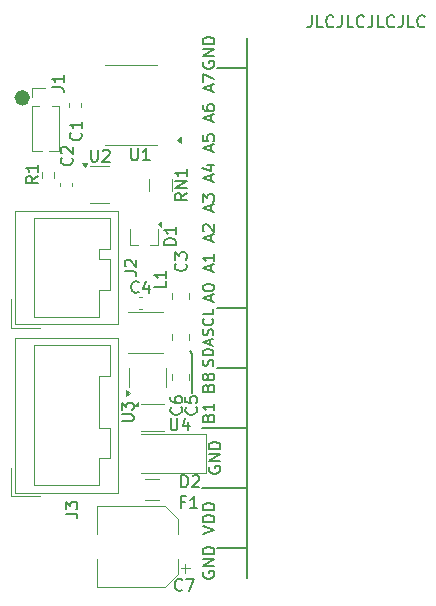
<source format=gbr>
%TF.GenerationSoftware,KiCad,Pcbnew,8.0.3*%
%TF.CreationDate,2024-06-13T00:49:58+02:00*%
%TF.ProjectId,can-proto,63616e2d-7072-46f7-946f-2e6b69636164,1*%
%TF.SameCoordinates,Original*%
%TF.FileFunction,Legend,Top*%
%TF.FilePolarity,Positive*%
%FSLAX46Y46*%
G04 Gerber Fmt 4.6, Leading zero omitted, Abs format (unit mm)*
G04 Created by KiCad (PCBNEW 8.0.3) date 2024-06-13 00:49:58*
%MOMM*%
%LPD*%
G01*
G04 APERTURE LIST*
%ADD10C,0.150000*%
%ADD11C,0.642961*%
%ADD12C,0.120000*%
G04 APERTURE END LIST*
D10*
X130330000Y-100650000D02*
X126520000Y-100650000D01*
X125631000Y-92649000D02*
X125631000Y-89347000D01*
X130330000Y-95570000D02*
X126520000Y-95570000D01*
X130330000Y-85410000D02*
X127790000Y-85410000D01*
D11*
X111601480Y-67630000D02*
G75*
G02*
X110958520Y-67630000I-321480J0D01*
G01*
X110958520Y-67630000D02*
G75*
G02*
X111601480Y-67630000I321480J0D01*
G01*
D10*
X130330000Y-90490000D02*
X127790000Y-90490000D01*
X130330000Y-65090000D02*
X127790000Y-65090000D01*
X130330000Y-105730000D02*
X127790000Y-105730000D01*
X125631000Y-89347000D02*
X125504000Y-89093000D01*
X130330000Y-62550000D02*
X130330000Y-108270000D01*
X127274104Y-72154285D02*
X127274104Y-71678095D01*
X127559819Y-72249523D02*
X126559819Y-71916190D01*
X126559819Y-71916190D02*
X127559819Y-71582857D01*
X126559819Y-70773333D02*
X126559819Y-71249523D01*
X126559819Y-71249523D02*
X127036009Y-71297142D01*
X127036009Y-71297142D02*
X126988390Y-71249523D01*
X126988390Y-71249523D02*
X126940771Y-71154285D01*
X126940771Y-71154285D02*
X126940771Y-70916190D01*
X126940771Y-70916190D02*
X126988390Y-70820952D01*
X126988390Y-70820952D02*
X127036009Y-70773333D01*
X127036009Y-70773333D02*
X127131247Y-70725714D01*
X127131247Y-70725714D02*
X127369342Y-70725714D01*
X127369342Y-70725714D02*
X127464580Y-70773333D01*
X127464580Y-70773333D02*
X127512200Y-70820952D01*
X127512200Y-70820952D02*
X127559819Y-70916190D01*
X127559819Y-70916190D02*
X127559819Y-71154285D01*
X127559819Y-71154285D02*
X127512200Y-71249523D01*
X127512200Y-71249523D02*
X127464580Y-71297142D01*
X127115438Y-98871904D02*
X127067819Y-98967142D01*
X127067819Y-98967142D02*
X127067819Y-99109999D01*
X127067819Y-99109999D02*
X127115438Y-99252856D01*
X127115438Y-99252856D02*
X127210676Y-99348094D01*
X127210676Y-99348094D02*
X127305914Y-99395713D01*
X127305914Y-99395713D02*
X127496390Y-99443332D01*
X127496390Y-99443332D02*
X127639247Y-99443332D01*
X127639247Y-99443332D02*
X127829723Y-99395713D01*
X127829723Y-99395713D02*
X127924961Y-99348094D01*
X127924961Y-99348094D02*
X128020200Y-99252856D01*
X128020200Y-99252856D02*
X128067819Y-99109999D01*
X128067819Y-99109999D02*
X128067819Y-99014761D01*
X128067819Y-99014761D02*
X128020200Y-98871904D01*
X128020200Y-98871904D02*
X127972580Y-98824285D01*
X127972580Y-98824285D02*
X127639247Y-98824285D01*
X127639247Y-98824285D02*
X127639247Y-99014761D01*
X128067819Y-98395713D02*
X127067819Y-98395713D01*
X127067819Y-98395713D02*
X128067819Y-97824285D01*
X128067819Y-97824285D02*
X127067819Y-97824285D01*
X128067819Y-97348094D02*
X127067819Y-97348094D01*
X127067819Y-97348094D02*
X127067819Y-97109999D01*
X127067819Y-97109999D02*
X127115438Y-96967142D01*
X127115438Y-96967142D02*
X127210676Y-96871904D01*
X127210676Y-96871904D02*
X127305914Y-96824285D01*
X127305914Y-96824285D02*
X127496390Y-96776666D01*
X127496390Y-96776666D02*
X127639247Y-96776666D01*
X127639247Y-96776666D02*
X127829723Y-96824285D01*
X127829723Y-96824285D02*
X127924961Y-96871904D01*
X127924961Y-96871904D02*
X128020200Y-96967142D01*
X128020200Y-96967142D02*
X128067819Y-97109999D01*
X128067819Y-97109999D02*
X128067819Y-97348094D01*
X126607438Y-107761904D02*
X126559819Y-107857142D01*
X126559819Y-107857142D02*
X126559819Y-107999999D01*
X126559819Y-107999999D02*
X126607438Y-108142856D01*
X126607438Y-108142856D02*
X126702676Y-108238094D01*
X126702676Y-108238094D02*
X126797914Y-108285713D01*
X126797914Y-108285713D02*
X126988390Y-108333332D01*
X126988390Y-108333332D02*
X127131247Y-108333332D01*
X127131247Y-108333332D02*
X127321723Y-108285713D01*
X127321723Y-108285713D02*
X127416961Y-108238094D01*
X127416961Y-108238094D02*
X127512200Y-108142856D01*
X127512200Y-108142856D02*
X127559819Y-107999999D01*
X127559819Y-107999999D02*
X127559819Y-107904761D01*
X127559819Y-107904761D02*
X127512200Y-107761904D01*
X127512200Y-107761904D02*
X127464580Y-107714285D01*
X127464580Y-107714285D02*
X127131247Y-107714285D01*
X127131247Y-107714285D02*
X127131247Y-107904761D01*
X127559819Y-107285713D02*
X126559819Y-107285713D01*
X126559819Y-107285713D02*
X127559819Y-106714285D01*
X127559819Y-106714285D02*
X126559819Y-106714285D01*
X127559819Y-106238094D02*
X126559819Y-106238094D01*
X126559819Y-106238094D02*
X126559819Y-105999999D01*
X126559819Y-105999999D02*
X126607438Y-105857142D01*
X126607438Y-105857142D02*
X126702676Y-105761904D01*
X126702676Y-105761904D02*
X126797914Y-105714285D01*
X126797914Y-105714285D02*
X126988390Y-105666666D01*
X126988390Y-105666666D02*
X127131247Y-105666666D01*
X127131247Y-105666666D02*
X127321723Y-105714285D01*
X127321723Y-105714285D02*
X127416961Y-105761904D01*
X127416961Y-105761904D02*
X127512200Y-105857142D01*
X127512200Y-105857142D02*
X127559819Y-105999999D01*
X127559819Y-105999999D02*
X127559819Y-106238094D01*
X127036009Y-94704761D02*
X127083628Y-94561904D01*
X127083628Y-94561904D02*
X127131247Y-94514285D01*
X127131247Y-94514285D02*
X127226485Y-94466666D01*
X127226485Y-94466666D02*
X127369342Y-94466666D01*
X127369342Y-94466666D02*
X127464580Y-94514285D01*
X127464580Y-94514285D02*
X127512200Y-94561904D01*
X127512200Y-94561904D02*
X127559819Y-94657142D01*
X127559819Y-94657142D02*
X127559819Y-95038094D01*
X127559819Y-95038094D02*
X126559819Y-95038094D01*
X126559819Y-95038094D02*
X126559819Y-94704761D01*
X126559819Y-94704761D02*
X126607438Y-94609523D01*
X126607438Y-94609523D02*
X126655057Y-94561904D01*
X126655057Y-94561904D02*
X126750295Y-94514285D01*
X126750295Y-94514285D02*
X126845533Y-94514285D01*
X126845533Y-94514285D02*
X126940771Y-94561904D01*
X126940771Y-94561904D02*
X126988390Y-94609523D01*
X126988390Y-94609523D02*
X127036009Y-94704761D01*
X127036009Y-94704761D02*
X127036009Y-95038094D01*
X127559819Y-93514285D02*
X127559819Y-94085713D01*
X127559819Y-93799999D02*
X126559819Y-93799999D01*
X126559819Y-93799999D02*
X126702676Y-93895237D01*
X126702676Y-93895237D02*
X126797914Y-93990475D01*
X126797914Y-93990475D02*
X126845533Y-94085713D01*
X127274104Y-84854285D02*
X127274104Y-84378095D01*
X127559819Y-84949523D02*
X126559819Y-84616190D01*
X126559819Y-84616190D02*
X127559819Y-84282857D01*
X126559819Y-83759047D02*
X126559819Y-83663809D01*
X126559819Y-83663809D02*
X126607438Y-83568571D01*
X126607438Y-83568571D02*
X126655057Y-83520952D01*
X126655057Y-83520952D02*
X126750295Y-83473333D01*
X126750295Y-83473333D02*
X126940771Y-83425714D01*
X126940771Y-83425714D02*
X127178866Y-83425714D01*
X127178866Y-83425714D02*
X127369342Y-83473333D01*
X127369342Y-83473333D02*
X127464580Y-83520952D01*
X127464580Y-83520952D02*
X127512200Y-83568571D01*
X127512200Y-83568571D02*
X127559819Y-83663809D01*
X127559819Y-83663809D02*
X127559819Y-83759047D01*
X127559819Y-83759047D02*
X127512200Y-83854285D01*
X127512200Y-83854285D02*
X127464580Y-83901904D01*
X127464580Y-83901904D02*
X127369342Y-83949523D01*
X127369342Y-83949523D02*
X127178866Y-83997142D01*
X127178866Y-83997142D02*
X126940771Y-83997142D01*
X126940771Y-83997142D02*
X126750295Y-83949523D01*
X126750295Y-83949523D02*
X126655057Y-83901904D01*
X126655057Y-83901904D02*
X126607438Y-83854285D01*
X126607438Y-83854285D02*
X126559819Y-83759047D01*
X127036009Y-92164761D02*
X127083628Y-92021904D01*
X127083628Y-92021904D02*
X127131247Y-91974285D01*
X127131247Y-91974285D02*
X127226485Y-91926666D01*
X127226485Y-91926666D02*
X127369342Y-91926666D01*
X127369342Y-91926666D02*
X127464580Y-91974285D01*
X127464580Y-91974285D02*
X127512200Y-92021904D01*
X127512200Y-92021904D02*
X127559819Y-92117142D01*
X127559819Y-92117142D02*
X127559819Y-92498094D01*
X127559819Y-92498094D02*
X126559819Y-92498094D01*
X126559819Y-92498094D02*
X126559819Y-92164761D01*
X126559819Y-92164761D02*
X126607438Y-92069523D01*
X126607438Y-92069523D02*
X126655057Y-92021904D01*
X126655057Y-92021904D02*
X126750295Y-91974285D01*
X126750295Y-91974285D02*
X126845533Y-91974285D01*
X126845533Y-91974285D02*
X126940771Y-92021904D01*
X126940771Y-92021904D02*
X126988390Y-92069523D01*
X126988390Y-92069523D02*
X127036009Y-92164761D01*
X127036009Y-92164761D02*
X127036009Y-92498094D01*
X126988390Y-91355237D02*
X126940771Y-91450475D01*
X126940771Y-91450475D02*
X126893152Y-91498094D01*
X126893152Y-91498094D02*
X126797914Y-91545713D01*
X126797914Y-91545713D02*
X126750295Y-91545713D01*
X126750295Y-91545713D02*
X126655057Y-91498094D01*
X126655057Y-91498094D02*
X126607438Y-91450475D01*
X126607438Y-91450475D02*
X126559819Y-91355237D01*
X126559819Y-91355237D02*
X126559819Y-91164761D01*
X126559819Y-91164761D02*
X126607438Y-91069523D01*
X126607438Y-91069523D02*
X126655057Y-91021904D01*
X126655057Y-91021904D02*
X126750295Y-90974285D01*
X126750295Y-90974285D02*
X126797914Y-90974285D01*
X126797914Y-90974285D02*
X126893152Y-91021904D01*
X126893152Y-91021904D02*
X126940771Y-91069523D01*
X126940771Y-91069523D02*
X126988390Y-91164761D01*
X126988390Y-91164761D02*
X126988390Y-91355237D01*
X126988390Y-91355237D02*
X127036009Y-91450475D01*
X127036009Y-91450475D02*
X127083628Y-91498094D01*
X127083628Y-91498094D02*
X127178866Y-91545713D01*
X127178866Y-91545713D02*
X127369342Y-91545713D01*
X127369342Y-91545713D02*
X127464580Y-91498094D01*
X127464580Y-91498094D02*
X127512200Y-91450475D01*
X127512200Y-91450475D02*
X127559819Y-91355237D01*
X127559819Y-91355237D02*
X127559819Y-91164761D01*
X127559819Y-91164761D02*
X127512200Y-91069523D01*
X127512200Y-91069523D02*
X127464580Y-91021904D01*
X127464580Y-91021904D02*
X127369342Y-90974285D01*
X127369342Y-90974285D02*
X127178866Y-90974285D01*
X127178866Y-90974285D02*
X127083628Y-91021904D01*
X127083628Y-91021904D02*
X127036009Y-91069523D01*
X127036009Y-91069523D02*
X126988390Y-91164761D01*
X127412200Y-87751428D02*
X127455057Y-87622857D01*
X127455057Y-87622857D02*
X127455057Y-87408571D01*
X127455057Y-87408571D02*
X127412200Y-87322857D01*
X127412200Y-87322857D02*
X127369342Y-87279999D01*
X127369342Y-87279999D02*
X127283628Y-87237142D01*
X127283628Y-87237142D02*
X127197914Y-87237142D01*
X127197914Y-87237142D02*
X127112200Y-87279999D01*
X127112200Y-87279999D02*
X127069342Y-87322857D01*
X127069342Y-87322857D02*
X127026485Y-87408571D01*
X127026485Y-87408571D02*
X126983628Y-87579999D01*
X126983628Y-87579999D02*
X126940771Y-87665714D01*
X126940771Y-87665714D02*
X126897914Y-87708571D01*
X126897914Y-87708571D02*
X126812200Y-87751428D01*
X126812200Y-87751428D02*
X126726485Y-87751428D01*
X126726485Y-87751428D02*
X126640771Y-87708571D01*
X126640771Y-87708571D02*
X126597914Y-87665714D01*
X126597914Y-87665714D02*
X126555057Y-87579999D01*
X126555057Y-87579999D02*
X126555057Y-87365714D01*
X126555057Y-87365714D02*
X126597914Y-87237142D01*
X127369342Y-86337142D02*
X127412200Y-86379999D01*
X127412200Y-86379999D02*
X127455057Y-86508571D01*
X127455057Y-86508571D02*
X127455057Y-86594285D01*
X127455057Y-86594285D02*
X127412200Y-86722856D01*
X127412200Y-86722856D02*
X127326485Y-86808571D01*
X127326485Y-86808571D02*
X127240771Y-86851428D01*
X127240771Y-86851428D02*
X127069342Y-86894285D01*
X127069342Y-86894285D02*
X126940771Y-86894285D01*
X126940771Y-86894285D02*
X126769342Y-86851428D01*
X126769342Y-86851428D02*
X126683628Y-86808571D01*
X126683628Y-86808571D02*
X126597914Y-86722856D01*
X126597914Y-86722856D02*
X126555057Y-86594285D01*
X126555057Y-86594285D02*
X126555057Y-86508571D01*
X126555057Y-86508571D02*
X126597914Y-86379999D01*
X126597914Y-86379999D02*
X126640771Y-86337142D01*
X127455057Y-85522856D02*
X127455057Y-85951428D01*
X127455057Y-85951428D02*
X126555057Y-85951428D01*
X126607438Y-64581904D02*
X126559819Y-64677142D01*
X126559819Y-64677142D02*
X126559819Y-64819999D01*
X126559819Y-64819999D02*
X126607438Y-64962856D01*
X126607438Y-64962856D02*
X126702676Y-65058094D01*
X126702676Y-65058094D02*
X126797914Y-65105713D01*
X126797914Y-65105713D02*
X126988390Y-65153332D01*
X126988390Y-65153332D02*
X127131247Y-65153332D01*
X127131247Y-65153332D02*
X127321723Y-65105713D01*
X127321723Y-65105713D02*
X127416961Y-65058094D01*
X127416961Y-65058094D02*
X127512200Y-64962856D01*
X127512200Y-64962856D02*
X127559819Y-64819999D01*
X127559819Y-64819999D02*
X127559819Y-64724761D01*
X127559819Y-64724761D02*
X127512200Y-64581904D01*
X127512200Y-64581904D02*
X127464580Y-64534285D01*
X127464580Y-64534285D02*
X127131247Y-64534285D01*
X127131247Y-64534285D02*
X127131247Y-64724761D01*
X127559819Y-64105713D02*
X126559819Y-64105713D01*
X126559819Y-64105713D02*
X127559819Y-63534285D01*
X127559819Y-63534285D02*
X126559819Y-63534285D01*
X127559819Y-63058094D02*
X126559819Y-63058094D01*
X126559819Y-63058094D02*
X126559819Y-62819999D01*
X126559819Y-62819999D02*
X126607438Y-62677142D01*
X126607438Y-62677142D02*
X126702676Y-62581904D01*
X126702676Y-62581904D02*
X126797914Y-62534285D01*
X126797914Y-62534285D02*
X126988390Y-62486666D01*
X126988390Y-62486666D02*
X127131247Y-62486666D01*
X127131247Y-62486666D02*
X127321723Y-62534285D01*
X127321723Y-62534285D02*
X127416961Y-62581904D01*
X127416961Y-62581904D02*
X127512200Y-62677142D01*
X127512200Y-62677142D02*
X127559819Y-62819999D01*
X127559819Y-62819999D02*
X127559819Y-63058094D01*
X127274104Y-67074285D02*
X127274104Y-66598095D01*
X127559819Y-67169523D02*
X126559819Y-66836190D01*
X126559819Y-66836190D02*
X127559819Y-66502857D01*
X126559819Y-66264761D02*
X126559819Y-65598095D01*
X126559819Y-65598095D02*
X127559819Y-66026666D01*
X126559819Y-104523332D02*
X127559819Y-104189999D01*
X127559819Y-104189999D02*
X126559819Y-103856666D01*
X127559819Y-103523332D02*
X126559819Y-103523332D01*
X126559819Y-103523332D02*
X126559819Y-103285237D01*
X126559819Y-103285237D02*
X126607438Y-103142380D01*
X126607438Y-103142380D02*
X126702676Y-103047142D01*
X126702676Y-103047142D02*
X126797914Y-102999523D01*
X126797914Y-102999523D02*
X126988390Y-102951904D01*
X126988390Y-102951904D02*
X127131247Y-102951904D01*
X127131247Y-102951904D02*
X127321723Y-102999523D01*
X127321723Y-102999523D02*
X127416961Y-103047142D01*
X127416961Y-103047142D02*
X127512200Y-103142380D01*
X127512200Y-103142380D02*
X127559819Y-103285237D01*
X127559819Y-103285237D02*
X127559819Y-103523332D01*
X127559819Y-102523332D02*
X126559819Y-102523332D01*
X126559819Y-102523332D02*
X126559819Y-102285237D01*
X126559819Y-102285237D02*
X126607438Y-102142380D01*
X126607438Y-102142380D02*
X126702676Y-102047142D01*
X126702676Y-102047142D02*
X126797914Y-101999523D01*
X126797914Y-101999523D02*
X126988390Y-101951904D01*
X126988390Y-101951904D02*
X127131247Y-101951904D01*
X127131247Y-101951904D02*
X127321723Y-101999523D01*
X127321723Y-101999523D02*
X127416961Y-102047142D01*
X127416961Y-102047142D02*
X127512200Y-102142380D01*
X127512200Y-102142380D02*
X127559819Y-102285237D01*
X127559819Y-102285237D02*
X127559819Y-102523332D01*
X127274104Y-69614285D02*
X127274104Y-69138095D01*
X127559819Y-69709523D02*
X126559819Y-69376190D01*
X126559819Y-69376190D02*
X127559819Y-69042857D01*
X126559819Y-68280952D02*
X126559819Y-68471428D01*
X126559819Y-68471428D02*
X126607438Y-68566666D01*
X126607438Y-68566666D02*
X126655057Y-68614285D01*
X126655057Y-68614285D02*
X126797914Y-68709523D01*
X126797914Y-68709523D02*
X126988390Y-68757142D01*
X126988390Y-68757142D02*
X127369342Y-68757142D01*
X127369342Y-68757142D02*
X127464580Y-68709523D01*
X127464580Y-68709523D02*
X127512200Y-68661904D01*
X127512200Y-68661904D02*
X127559819Y-68566666D01*
X127559819Y-68566666D02*
X127559819Y-68376190D01*
X127559819Y-68376190D02*
X127512200Y-68280952D01*
X127512200Y-68280952D02*
X127464580Y-68233333D01*
X127464580Y-68233333D02*
X127369342Y-68185714D01*
X127369342Y-68185714D02*
X127131247Y-68185714D01*
X127131247Y-68185714D02*
X127036009Y-68233333D01*
X127036009Y-68233333D02*
X126988390Y-68280952D01*
X126988390Y-68280952D02*
X126940771Y-68376190D01*
X126940771Y-68376190D02*
X126940771Y-68566666D01*
X126940771Y-68566666D02*
X126988390Y-68661904D01*
X126988390Y-68661904D02*
X127036009Y-68709523D01*
X127036009Y-68709523D02*
X127131247Y-68757142D01*
X127274104Y-82314285D02*
X127274104Y-81838095D01*
X127559819Y-82409523D02*
X126559819Y-82076190D01*
X126559819Y-82076190D02*
X127559819Y-81742857D01*
X127559819Y-80885714D02*
X127559819Y-81457142D01*
X127559819Y-81171428D02*
X126559819Y-81171428D01*
X126559819Y-81171428D02*
X126702676Y-81266666D01*
X126702676Y-81266666D02*
X126797914Y-81361904D01*
X126797914Y-81361904D02*
X126845533Y-81457142D01*
X127412200Y-90312857D02*
X127455057Y-90184286D01*
X127455057Y-90184286D02*
X127455057Y-89970000D01*
X127455057Y-89970000D02*
X127412200Y-89884286D01*
X127412200Y-89884286D02*
X127369342Y-89841428D01*
X127369342Y-89841428D02*
X127283628Y-89798571D01*
X127283628Y-89798571D02*
X127197914Y-89798571D01*
X127197914Y-89798571D02*
X127112200Y-89841428D01*
X127112200Y-89841428D02*
X127069342Y-89884286D01*
X127069342Y-89884286D02*
X127026485Y-89970000D01*
X127026485Y-89970000D02*
X126983628Y-90141428D01*
X126983628Y-90141428D02*
X126940771Y-90227143D01*
X126940771Y-90227143D02*
X126897914Y-90270000D01*
X126897914Y-90270000D02*
X126812200Y-90312857D01*
X126812200Y-90312857D02*
X126726485Y-90312857D01*
X126726485Y-90312857D02*
X126640771Y-90270000D01*
X126640771Y-90270000D02*
X126597914Y-90227143D01*
X126597914Y-90227143D02*
X126555057Y-90141428D01*
X126555057Y-90141428D02*
X126555057Y-89927143D01*
X126555057Y-89927143D02*
X126597914Y-89798571D01*
X127455057Y-89412857D02*
X126555057Y-89412857D01*
X126555057Y-89412857D02*
X126555057Y-89198571D01*
X126555057Y-89198571D02*
X126597914Y-89070000D01*
X126597914Y-89070000D02*
X126683628Y-88984285D01*
X126683628Y-88984285D02*
X126769342Y-88941428D01*
X126769342Y-88941428D02*
X126940771Y-88898571D01*
X126940771Y-88898571D02*
X127069342Y-88898571D01*
X127069342Y-88898571D02*
X127240771Y-88941428D01*
X127240771Y-88941428D02*
X127326485Y-88984285D01*
X127326485Y-88984285D02*
X127412200Y-89070000D01*
X127412200Y-89070000D02*
X127455057Y-89198571D01*
X127455057Y-89198571D02*
X127455057Y-89412857D01*
X127197914Y-88555714D02*
X127197914Y-88127143D01*
X127455057Y-88641428D02*
X126555057Y-88341428D01*
X126555057Y-88341428D02*
X127455057Y-88041428D01*
X127274104Y-77234285D02*
X127274104Y-76758095D01*
X127559819Y-77329523D02*
X126559819Y-76996190D01*
X126559819Y-76996190D02*
X127559819Y-76662857D01*
X126559819Y-76424761D02*
X126559819Y-75805714D01*
X126559819Y-75805714D02*
X126940771Y-76139047D01*
X126940771Y-76139047D02*
X126940771Y-75996190D01*
X126940771Y-75996190D02*
X126988390Y-75900952D01*
X126988390Y-75900952D02*
X127036009Y-75853333D01*
X127036009Y-75853333D02*
X127131247Y-75805714D01*
X127131247Y-75805714D02*
X127369342Y-75805714D01*
X127369342Y-75805714D02*
X127464580Y-75853333D01*
X127464580Y-75853333D02*
X127512200Y-75900952D01*
X127512200Y-75900952D02*
X127559819Y-75996190D01*
X127559819Y-75996190D02*
X127559819Y-76281904D01*
X127559819Y-76281904D02*
X127512200Y-76377142D01*
X127512200Y-76377142D02*
X127464580Y-76424761D01*
X135778493Y-60657819D02*
X135778493Y-61372104D01*
X135778493Y-61372104D02*
X135730874Y-61514961D01*
X135730874Y-61514961D02*
X135635636Y-61610200D01*
X135635636Y-61610200D02*
X135492779Y-61657819D01*
X135492779Y-61657819D02*
X135397541Y-61657819D01*
X136730874Y-61657819D02*
X136254684Y-61657819D01*
X136254684Y-61657819D02*
X136254684Y-60657819D01*
X137635636Y-61562580D02*
X137588017Y-61610200D01*
X137588017Y-61610200D02*
X137445160Y-61657819D01*
X137445160Y-61657819D02*
X137349922Y-61657819D01*
X137349922Y-61657819D02*
X137207065Y-61610200D01*
X137207065Y-61610200D02*
X137111827Y-61514961D01*
X137111827Y-61514961D02*
X137064208Y-61419723D01*
X137064208Y-61419723D02*
X137016589Y-61229247D01*
X137016589Y-61229247D02*
X137016589Y-61086390D01*
X137016589Y-61086390D02*
X137064208Y-60895914D01*
X137064208Y-60895914D02*
X137111827Y-60800676D01*
X137111827Y-60800676D02*
X137207065Y-60705438D01*
X137207065Y-60705438D02*
X137349922Y-60657819D01*
X137349922Y-60657819D02*
X137445160Y-60657819D01*
X137445160Y-60657819D02*
X137588017Y-60705438D01*
X137588017Y-60705438D02*
X137635636Y-60753057D01*
X138349922Y-60657819D02*
X138349922Y-61372104D01*
X138349922Y-61372104D02*
X138302303Y-61514961D01*
X138302303Y-61514961D02*
X138207065Y-61610200D01*
X138207065Y-61610200D02*
X138064208Y-61657819D01*
X138064208Y-61657819D02*
X137968970Y-61657819D01*
X139302303Y-61657819D02*
X138826113Y-61657819D01*
X138826113Y-61657819D02*
X138826113Y-60657819D01*
X140207065Y-61562580D02*
X140159446Y-61610200D01*
X140159446Y-61610200D02*
X140016589Y-61657819D01*
X140016589Y-61657819D02*
X139921351Y-61657819D01*
X139921351Y-61657819D02*
X139778494Y-61610200D01*
X139778494Y-61610200D02*
X139683256Y-61514961D01*
X139683256Y-61514961D02*
X139635637Y-61419723D01*
X139635637Y-61419723D02*
X139588018Y-61229247D01*
X139588018Y-61229247D02*
X139588018Y-61086390D01*
X139588018Y-61086390D02*
X139635637Y-60895914D01*
X139635637Y-60895914D02*
X139683256Y-60800676D01*
X139683256Y-60800676D02*
X139778494Y-60705438D01*
X139778494Y-60705438D02*
X139921351Y-60657819D01*
X139921351Y-60657819D02*
X140016589Y-60657819D01*
X140016589Y-60657819D02*
X140159446Y-60705438D01*
X140159446Y-60705438D02*
X140207065Y-60753057D01*
X140921351Y-60657819D02*
X140921351Y-61372104D01*
X140921351Y-61372104D02*
X140873732Y-61514961D01*
X140873732Y-61514961D02*
X140778494Y-61610200D01*
X140778494Y-61610200D02*
X140635637Y-61657819D01*
X140635637Y-61657819D02*
X140540399Y-61657819D01*
X141873732Y-61657819D02*
X141397542Y-61657819D01*
X141397542Y-61657819D02*
X141397542Y-60657819D01*
X142778494Y-61562580D02*
X142730875Y-61610200D01*
X142730875Y-61610200D02*
X142588018Y-61657819D01*
X142588018Y-61657819D02*
X142492780Y-61657819D01*
X142492780Y-61657819D02*
X142349923Y-61610200D01*
X142349923Y-61610200D02*
X142254685Y-61514961D01*
X142254685Y-61514961D02*
X142207066Y-61419723D01*
X142207066Y-61419723D02*
X142159447Y-61229247D01*
X142159447Y-61229247D02*
X142159447Y-61086390D01*
X142159447Y-61086390D02*
X142207066Y-60895914D01*
X142207066Y-60895914D02*
X142254685Y-60800676D01*
X142254685Y-60800676D02*
X142349923Y-60705438D01*
X142349923Y-60705438D02*
X142492780Y-60657819D01*
X142492780Y-60657819D02*
X142588018Y-60657819D01*
X142588018Y-60657819D02*
X142730875Y-60705438D01*
X142730875Y-60705438D02*
X142778494Y-60753057D01*
X143492780Y-60657819D02*
X143492780Y-61372104D01*
X143492780Y-61372104D02*
X143445161Y-61514961D01*
X143445161Y-61514961D02*
X143349923Y-61610200D01*
X143349923Y-61610200D02*
X143207066Y-61657819D01*
X143207066Y-61657819D02*
X143111828Y-61657819D01*
X144445161Y-61657819D02*
X143968971Y-61657819D01*
X143968971Y-61657819D02*
X143968971Y-60657819D01*
X145349923Y-61562580D02*
X145302304Y-61610200D01*
X145302304Y-61610200D02*
X145159447Y-61657819D01*
X145159447Y-61657819D02*
X145064209Y-61657819D01*
X145064209Y-61657819D02*
X144921352Y-61610200D01*
X144921352Y-61610200D02*
X144826114Y-61514961D01*
X144826114Y-61514961D02*
X144778495Y-61419723D01*
X144778495Y-61419723D02*
X144730876Y-61229247D01*
X144730876Y-61229247D02*
X144730876Y-61086390D01*
X144730876Y-61086390D02*
X144778495Y-60895914D01*
X144778495Y-60895914D02*
X144826114Y-60800676D01*
X144826114Y-60800676D02*
X144921352Y-60705438D01*
X144921352Y-60705438D02*
X145064209Y-60657819D01*
X145064209Y-60657819D02*
X145159447Y-60657819D01*
X145159447Y-60657819D02*
X145302304Y-60705438D01*
X145302304Y-60705438D02*
X145349923Y-60753057D01*
X127274104Y-79774285D02*
X127274104Y-79298095D01*
X127559819Y-79869523D02*
X126559819Y-79536190D01*
X126559819Y-79536190D02*
X127559819Y-79202857D01*
X126655057Y-78917142D02*
X126607438Y-78869523D01*
X126607438Y-78869523D02*
X126559819Y-78774285D01*
X126559819Y-78774285D02*
X126559819Y-78536190D01*
X126559819Y-78536190D02*
X126607438Y-78440952D01*
X126607438Y-78440952D02*
X126655057Y-78393333D01*
X126655057Y-78393333D02*
X126750295Y-78345714D01*
X126750295Y-78345714D02*
X126845533Y-78345714D01*
X126845533Y-78345714D02*
X126988390Y-78393333D01*
X126988390Y-78393333D02*
X127559819Y-78964761D01*
X127559819Y-78964761D02*
X127559819Y-78345714D01*
X127274104Y-74694285D02*
X127274104Y-74218095D01*
X127559819Y-74789523D02*
X126559819Y-74456190D01*
X126559819Y-74456190D02*
X127559819Y-74122857D01*
X126893152Y-73360952D02*
X127559819Y-73360952D01*
X126512200Y-73599047D02*
X127226485Y-73837142D01*
X127226485Y-73837142D02*
X127226485Y-73218095D01*
X112604819Y-74266666D02*
X112128628Y-74599999D01*
X112604819Y-74838094D02*
X111604819Y-74838094D01*
X111604819Y-74838094D02*
X111604819Y-74457142D01*
X111604819Y-74457142D02*
X111652438Y-74361904D01*
X111652438Y-74361904D02*
X111700057Y-74314285D01*
X111700057Y-74314285D02*
X111795295Y-74266666D01*
X111795295Y-74266666D02*
X111938152Y-74266666D01*
X111938152Y-74266666D02*
X112033390Y-74314285D01*
X112033390Y-74314285D02*
X112081009Y-74361904D01*
X112081009Y-74361904D02*
X112128628Y-74457142D01*
X112128628Y-74457142D02*
X112128628Y-74838094D01*
X112604819Y-73314285D02*
X112604819Y-73885713D01*
X112604819Y-73599999D02*
X111604819Y-73599999D01*
X111604819Y-73599999D02*
X111747676Y-73695237D01*
X111747676Y-73695237D02*
X111842914Y-73790475D01*
X111842914Y-73790475D02*
X111890533Y-73885713D01*
X124720580Y-93831666D02*
X124768200Y-93879285D01*
X124768200Y-93879285D02*
X124815819Y-94022142D01*
X124815819Y-94022142D02*
X124815819Y-94117380D01*
X124815819Y-94117380D02*
X124768200Y-94260237D01*
X124768200Y-94260237D02*
X124672961Y-94355475D01*
X124672961Y-94355475D02*
X124577723Y-94403094D01*
X124577723Y-94403094D02*
X124387247Y-94450713D01*
X124387247Y-94450713D02*
X124244390Y-94450713D01*
X124244390Y-94450713D02*
X124053914Y-94403094D01*
X124053914Y-94403094D02*
X123958676Y-94355475D01*
X123958676Y-94355475D02*
X123863438Y-94260237D01*
X123863438Y-94260237D02*
X123815819Y-94117380D01*
X123815819Y-94117380D02*
X123815819Y-94022142D01*
X123815819Y-94022142D02*
X123863438Y-93879285D01*
X123863438Y-93879285D02*
X123911057Y-93831666D01*
X123815819Y-92974523D02*
X123815819Y-93164999D01*
X123815819Y-93164999D02*
X123863438Y-93260237D01*
X123863438Y-93260237D02*
X123911057Y-93307856D01*
X123911057Y-93307856D02*
X124053914Y-93403094D01*
X124053914Y-93403094D02*
X124244390Y-93450713D01*
X124244390Y-93450713D02*
X124625342Y-93450713D01*
X124625342Y-93450713D02*
X124720580Y-93403094D01*
X124720580Y-93403094D02*
X124768200Y-93355475D01*
X124768200Y-93355475D02*
X124815819Y-93260237D01*
X124815819Y-93260237D02*
X124815819Y-93069761D01*
X124815819Y-93069761D02*
X124768200Y-92974523D01*
X124768200Y-92974523D02*
X124720580Y-92926904D01*
X124720580Y-92926904D02*
X124625342Y-92879285D01*
X124625342Y-92879285D02*
X124387247Y-92879285D01*
X124387247Y-92879285D02*
X124292009Y-92926904D01*
X124292009Y-92926904D02*
X124244390Y-92974523D01*
X124244390Y-92974523D02*
X124196771Y-93069761D01*
X124196771Y-93069761D02*
X124196771Y-93260237D01*
X124196771Y-93260237D02*
X124244390Y-93355475D01*
X124244390Y-93355475D02*
X124292009Y-93403094D01*
X124292009Y-93403094D02*
X124387247Y-93450713D01*
X124829333Y-109264580D02*
X124781714Y-109312200D01*
X124781714Y-109312200D02*
X124638857Y-109359819D01*
X124638857Y-109359819D02*
X124543619Y-109359819D01*
X124543619Y-109359819D02*
X124400762Y-109312200D01*
X124400762Y-109312200D02*
X124305524Y-109216961D01*
X124305524Y-109216961D02*
X124257905Y-109121723D01*
X124257905Y-109121723D02*
X124210286Y-108931247D01*
X124210286Y-108931247D02*
X124210286Y-108788390D01*
X124210286Y-108788390D02*
X124257905Y-108597914D01*
X124257905Y-108597914D02*
X124305524Y-108502676D01*
X124305524Y-108502676D02*
X124400762Y-108407438D01*
X124400762Y-108407438D02*
X124543619Y-108359819D01*
X124543619Y-108359819D02*
X124638857Y-108359819D01*
X124638857Y-108359819D02*
X124781714Y-108407438D01*
X124781714Y-108407438D02*
X124829333Y-108455057D01*
X125162667Y-108359819D02*
X125829333Y-108359819D01*
X125829333Y-108359819D02*
X125400762Y-109359819D01*
X125204819Y-75690476D02*
X124728628Y-76023809D01*
X125204819Y-76261904D02*
X124204819Y-76261904D01*
X124204819Y-76261904D02*
X124204819Y-75880952D01*
X124204819Y-75880952D02*
X124252438Y-75785714D01*
X124252438Y-75785714D02*
X124300057Y-75738095D01*
X124300057Y-75738095D02*
X124395295Y-75690476D01*
X124395295Y-75690476D02*
X124538152Y-75690476D01*
X124538152Y-75690476D02*
X124633390Y-75738095D01*
X124633390Y-75738095D02*
X124681009Y-75785714D01*
X124681009Y-75785714D02*
X124728628Y-75880952D01*
X124728628Y-75880952D02*
X124728628Y-76261904D01*
X125204819Y-75261904D02*
X124204819Y-75261904D01*
X124204819Y-75261904D02*
X125204819Y-74690476D01*
X125204819Y-74690476D02*
X124204819Y-74690476D01*
X125204819Y-73690476D02*
X125204819Y-74261904D01*
X125204819Y-73976190D02*
X124204819Y-73976190D01*
X124204819Y-73976190D02*
X124347676Y-74071428D01*
X124347676Y-74071428D02*
X124442914Y-74166666D01*
X124442914Y-74166666D02*
X124490533Y-74261904D01*
X115459580Y-72716666D02*
X115507200Y-72764285D01*
X115507200Y-72764285D02*
X115554819Y-72907142D01*
X115554819Y-72907142D02*
X115554819Y-73002380D01*
X115554819Y-73002380D02*
X115507200Y-73145237D01*
X115507200Y-73145237D02*
X115411961Y-73240475D01*
X115411961Y-73240475D02*
X115316723Y-73288094D01*
X115316723Y-73288094D02*
X115126247Y-73335713D01*
X115126247Y-73335713D02*
X114983390Y-73335713D01*
X114983390Y-73335713D02*
X114792914Y-73288094D01*
X114792914Y-73288094D02*
X114697676Y-73240475D01*
X114697676Y-73240475D02*
X114602438Y-73145237D01*
X114602438Y-73145237D02*
X114554819Y-73002380D01*
X114554819Y-73002380D02*
X114554819Y-72907142D01*
X114554819Y-72907142D02*
X114602438Y-72764285D01*
X114602438Y-72764285D02*
X114650057Y-72716666D01*
X114650057Y-72335713D02*
X114602438Y-72288094D01*
X114602438Y-72288094D02*
X114554819Y-72192856D01*
X114554819Y-72192856D02*
X114554819Y-71954761D01*
X114554819Y-71954761D02*
X114602438Y-71859523D01*
X114602438Y-71859523D02*
X114650057Y-71811904D01*
X114650057Y-71811904D02*
X114745295Y-71764285D01*
X114745295Y-71764285D02*
X114840533Y-71764285D01*
X114840533Y-71764285D02*
X114983390Y-71811904D01*
X114983390Y-71811904D02*
X115554819Y-72383332D01*
X115554819Y-72383332D02*
X115554819Y-71764285D01*
X121133333Y-84059580D02*
X121085714Y-84107200D01*
X121085714Y-84107200D02*
X120942857Y-84154819D01*
X120942857Y-84154819D02*
X120847619Y-84154819D01*
X120847619Y-84154819D02*
X120704762Y-84107200D01*
X120704762Y-84107200D02*
X120609524Y-84011961D01*
X120609524Y-84011961D02*
X120561905Y-83916723D01*
X120561905Y-83916723D02*
X120514286Y-83726247D01*
X120514286Y-83726247D02*
X120514286Y-83583390D01*
X120514286Y-83583390D02*
X120561905Y-83392914D01*
X120561905Y-83392914D02*
X120609524Y-83297676D01*
X120609524Y-83297676D02*
X120704762Y-83202438D01*
X120704762Y-83202438D02*
X120847619Y-83154819D01*
X120847619Y-83154819D02*
X120942857Y-83154819D01*
X120942857Y-83154819D02*
X121085714Y-83202438D01*
X121085714Y-83202438D02*
X121133333Y-83250057D01*
X121990476Y-83488152D02*
X121990476Y-84154819D01*
X121752381Y-83107200D02*
X121514286Y-83821485D01*
X121514286Y-83821485D02*
X122133333Y-83821485D01*
X114954819Y-102833333D02*
X115669104Y-102833333D01*
X115669104Y-102833333D02*
X115811961Y-102880952D01*
X115811961Y-102880952D02*
X115907200Y-102976190D01*
X115907200Y-102976190D02*
X115954819Y-103119047D01*
X115954819Y-103119047D02*
X115954819Y-103214285D01*
X114954819Y-102452380D02*
X114954819Y-101833333D01*
X114954819Y-101833333D02*
X115335771Y-102166666D01*
X115335771Y-102166666D02*
X115335771Y-102023809D01*
X115335771Y-102023809D02*
X115383390Y-101928571D01*
X115383390Y-101928571D02*
X115431009Y-101880952D01*
X115431009Y-101880952D02*
X115526247Y-101833333D01*
X115526247Y-101833333D02*
X115764342Y-101833333D01*
X115764342Y-101833333D02*
X115859580Y-101880952D01*
X115859580Y-101880952D02*
X115907200Y-101928571D01*
X115907200Y-101928571D02*
X115954819Y-102023809D01*
X115954819Y-102023809D02*
X115954819Y-102309523D01*
X115954819Y-102309523D02*
X115907200Y-102404761D01*
X115907200Y-102404761D02*
X115859580Y-102452380D01*
X125043666Y-101851009D02*
X124710333Y-101851009D01*
X124710333Y-102374819D02*
X124710333Y-101374819D01*
X124710333Y-101374819D02*
X125186523Y-101374819D01*
X126091285Y-102374819D02*
X125519857Y-102374819D01*
X125805571Y-102374819D02*
X125805571Y-101374819D01*
X125805571Y-101374819D02*
X125710333Y-101517676D01*
X125710333Y-101517676D02*
X125615095Y-101612914D01*
X125615095Y-101612914D02*
X125519857Y-101660533D01*
X125990580Y-93831666D02*
X126038200Y-93879285D01*
X126038200Y-93879285D02*
X126085819Y-94022142D01*
X126085819Y-94022142D02*
X126085819Y-94117380D01*
X126085819Y-94117380D02*
X126038200Y-94260237D01*
X126038200Y-94260237D02*
X125942961Y-94355475D01*
X125942961Y-94355475D02*
X125847723Y-94403094D01*
X125847723Y-94403094D02*
X125657247Y-94450713D01*
X125657247Y-94450713D02*
X125514390Y-94450713D01*
X125514390Y-94450713D02*
X125323914Y-94403094D01*
X125323914Y-94403094D02*
X125228676Y-94355475D01*
X125228676Y-94355475D02*
X125133438Y-94260237D01*
X125133438Y-94260237D02*
X125085819Y-94117380D01*
X125085819Y-94117380D02*
X125085819Y-94022142D01*
X125085819Y-94022142D02*
X125133438Y-93879285D01*
X125133438Y-93879285D02*
X125181057Y-93831666D01*
X125085819Y-92926904D02*
X125085819Y-93403094D01*
X125085819Y-93403094D02*
X125562009Y-93450713D01*
X125562009Y-93450713D02*
X125514390Y-93403094D01*
X125514390Y-93403094D02*
X125466771Y-93307856D01*
X125466771Y-93307856D02*
X125466771Y-93069761D01*
X125466771Y-93069761D02*
X125514390Y-92974523D01*
X125514390Y-92974523D02*
X125562009Y-92926904D01*
X125562009Y-92926904D02*
X125657247Y-92879285D01*
X125657247Y-92879285D02*
X125895342Y-92879285D01*
X125895342Y-92879285D02*
X125990580Y-92926904D01*
X125990580Y-92926904D02*
X126038200Y-92974523D01*
X126038200Y-92974523D02*
X126085819Y-93069761D01*
X126085819Y-93069761D02*
X126085819Y-93307856D01*
X126085819Y-93307856D02*
X126038200Y-93403094D01*
X126038200Y-93403094D02*
X125990580Y-93450713D01*
X123853095Y-94770819D02*
X123853095Y-95580342D01*
X123853095Y-95580342D02*
X123900714Y-95675580D01*
X123900714Y-95675580D02*
X123948333Y-95723200D01*
X123948333Y-95723200D02*
X124043571Y-95770819D01*
X124043571Y-95770819D02*
X124234047Y-95770819D01*
X124234047Y-95770819D02*
X124329285Y-95723200D01*
X124329285Y-95723200D02*
X124376904Y-95675580D01*
X124376904Y-95675580D02*
X124424523Y-95580342D01*
X124424523Y-95580342D02*
X124424523Y-94770819D01*
X125329285Y-95104152D02*
X125329285Y-95770819D01*
X125091190Y-94723200D02*
X124853095Y-95437485D01*
X124853095Y-95437485D02*
X125472142Y-95437485D01*
X119704819Y-95011904D02*
X120514342Y-95011904D01*
X120514342Y-95011904D02*
X120609580Y-94964285D01*
X120609580Y-94964285D02*
X120657200Y-94916666D01*
X120657200Y-94916666D02*
X120704819Y-94821428D01*
X120704819Y-94821428D02*
X120704819Y-94630952D01*
X120704819Y-94630952D02*
X120657200Y-94535714D01*
X120657200Y-94535714D02*
X120609580Y-94488095D01*
X120609580Y-94488095D02*
X120514342Y-94440476D01*
X120514342Y-94440476D02*
X119704819Y-94440476D01*
X119704819Y-94059523D02*
X119704819Y-93440476D01*
X119704819Y-93440476D02*
X120085771Y-93773809D01*
X120085771Y-93773809D02*
X120085771Y-93630952D01*
X120085771Y-93630952D02*
X120133390Y-93535714D01*
X120133390Y-93535714D02*
X120181009Y-93488095D01*
X120181009Y-93488095D02*
X120276247Y-93440476D01*
X120276247Y-93440476D02*
X120514342Y-93440476D01*
X120514342Y-93440476D02*
X120609580Y-93488095D01*
X120609580Y-93488095D02*
X120657200Y-93535714D01*
X120657200Y-93535714D02*
X120704819Y-93630952D01*
X120704819Y-93630952D02*
X120704819Y-93916666D01*
X120704819Y-93916666D02*
X120657200Y-94011904D01*
X120657200Y-94011904D02*
X120609580Y-94059523D01*
X125109580Y-81666666D02*
X125157200Y-81714285D01*
X125157200Y-81714285D02*
X125204819Y-81857142D01*
X125204819Y-81857142D02*
X125204819Y-81952380D01*
X125204819Y-81952380D02*
X125157200Y-82095237D01*
X125157200Y-82095237D02*
X125061961Y-82190475D01*
X125061961Y-82190475D02*
X124966723Y-82238094D01*
X124966723Y-82238094D02*
X124776247Y-82285713D01*
X124776247Y-82285713D02*
X124633390Y-82285713D01*
X124633390Y-82285713D02*
X124442914Y-82238094D01*
X124442914Y-82238094D02*
X124347676Y-82190475D01*
X124347676Y-82190475D02*
X124252438Y-82095237D01*
X124252438Y-82095237D02*
X124204819Y-81952380D01*
X124204819Y-81952380D02*
X124204819Y-81857142D01*
X124204819Y-81857142D02*
X124252438Y-81714285D01*
X124252438Y-81714285D02*
X124300057Y-81666666D01*
X124204819Y-81333332D02*
X124204819Y-80714285D01*
X124204819Y-80714285D02*
X124585771Y-81047618D01*
X124585771Y-81047618D02*
X124585771Y-80904761D01*
X124585771Y-80904761D02*
X124633390Y-80809523D01*
X124633390Y-80809523D02*
X124681009Y-80761904D01*
X124681009Y-80761904D02*
X124776247Y-80714285D01*
X124776247Y-80714285D02*
X125014342Y-80714285D01*
X125014342Y-80714285D02*
X125109580Y-80761904D01*
X125109580Y-80761904D02*
X125157200Y-80809523D01*
X125157200Y-80809523D02*
X125204819Y-80904761D01*
X125204819Y-80904761D02*
X125204819Y-81190475D01*
X125204819Y-81190475D02*
X125157200Y-81285713D01*
X125157200Y-81285713D02*
X125109580Y-81333332D01*
X113804819Y-66733333D02*
X114519104Y-66733333D01*
X114519104Y-66733333D02*
X114661961Y-66780952D01*
X114661961Y-66780952D02*
X114757200Y-66876190D01*
X114757200Y-66876190D02*
X114804819Y-67019047D01*
X114804819Y-67019047D02*
X114804819Y-67114285D01*
X114804819Y-65733333D02*
X114804819Y-66304761D01*
X114804819Y-66019047D02*
X113804819Y-66019047D01*
X113804819Y-66019047D02*
X113947676Y-66114285D01*
X113947676Y-66114285D02*
X114042914Y-66209523D01*
X114042914Y-66209523D02*
X114090533Y-66304761D01*
X119954819Y-82333333D02*
X120669104Y-82333333D01*
X120669104Y-82333333D02*
X120811961Y-82380952D01*
X120811961Y-82380952D02*
X120907200Y-82476190D01*
X120907200Y-82476190D02*
X120954819Y-82619047D01*
X120954819Y-82619047D02*
X120954819Y-82714285D01*
X120050057Y-81904761D02*
X120002438Y-81857142D01*
X120002438Y-81857142D02*
X119954819Y-81761904D01*
X119954819Y-81761904D02*
X119954819Y-81523809D01*
X119954819Y-81523809D02*
X120002438Y-81428571D01*
X120002438Y-81428571D02*
X120050057Y-81380952D01*
X120050057Y-81380952D02*
X120145295Y-81333333D01*
X120145295Y-81333333D02*
X120240533Y-81333333D01*
X120240533Y-81333333D02*
X120383390Y-81380952D01*
X120383390Y-81380952D02*
X120954819Y-81952380D01*
X120954819Y-81952380D02*
X120954819Y-81333333D01*
X120488095Y-71904819D02*
X120488095Y-72714342D01*
X120488095Y-72714342D02*
X120535714Y-72809580D01*
X120535714Y-72809580D02*
X120583333Y-72857200D01*
X120583333Y-72857200D02*
X120678571Y-72904819D01*
X120678571Y-72904819D02*
X120869047Y-72904819D01*
X120869047Y-72904819D02*
X120964285Y-72857200D01*
X120964285Y-72857200D02*
X121011904Y-72809580D01*
X121011904Y-72809580D02*
X121059523Y-72714342D01*
X121059523Y-72714342D02*
X121059523Y-71904819D01*
X122059523Y-72904819D02*
X121488095Y-72904819D01*
X121773809Y-72904819D02*
X121773809Y-71904819D01*
X121773809Y-71904819D02*
X121678571Y-72047676D01*
X121678571Y-72047676D02*
X121583333Y-72142914D01*
X121583333Y-72142914D02*
X121488095Y-72190533D01*
X123454819Y-83166666D02*
X123454819Y-83642856D01*
X123454819Y-83642856D02*
X122454819Y-83642856D01*
X123454819Y-82309523D02*
X123454819Y-82880951D01*
X123454819Y-82595237D02*
X122454819Y-82595237D01*
X122454819Y-82595237D02*
X122597676Y-82690475D01*
X122597676Y-82690475D02*
X122692914Y-82785713D01*
X122692914Y-82785713D02*
X122740533Y-82880951D01*
X124304819Y-80088094D02*
X123304819Y-80088094D01*
X123304819Y-80088094D02*
X123304819Y-79849999D01*
X123304819Y-79849999D02*
X123352438Y-79707142D01*
X123352438Y-79707142D02*
X123447676Y-79611904D01*
X123447676Y-79611904D02*
X123542914Y-79564285D01*
X123542914Y-79564285D02*
X123733390Y-79516666D01*
X123733390Y-79516666D02*
X123876247Y-79516666D01*
X123876247Y-79516666D02*
X124066723Y-79564285D01*
X124066723Y-79564285D02*
X124161961Y-79611904D01*
X124161961Y-79611904D02*
X124257200Y-79707142D01*
X124257200Y-79707142D02*
X124304819Y-79849999D01*
X124304819Y-79849999D02*
X124304819Y-80088094D01*
X124304819Y-78564285D02*
X124304819Y-79135713D01*
X124304819Y-78849999D02*
X123304819Y-78849999D01*
X123304819Y-78849999D02*
X123447676Y-78945237D01*
X123447676Y-78945237D02*
X123542914Y-79040475D01*
X123542914Y-79040475D02*
X123590533Y-79135713D01*
X116222080Y-70591666D02*
X116269700Y-70639285D01*
X116269700Y-70639285D02*
X116317319Y-70782142D01*
X116317319Y-70782142D02*
X116317319Y-70877380D01*
X116317319Y-70877380D02*
X116269700Y-71020237D01*
X116269700Y-71020237D02*
X116174461Y-71115475D01*
X116174461Y-71115475D02*
X116079223Y-71163094D01*
X116079223Y-71163094D02*
X115888747Y-71210713D01*
X115888747Y-71210713D02*
X115745890Y-71210713D01*
X115745890Y-71210713D02*
X115555414Y-71163094D01*
X115555414Y-71163094D02*
X115460176Y-71115475D01*
X115460176Y-71115475D02*
X115364938Y-71020237D01*
X115364938Y-71020237D02*
X115317319Y-70877380D01*
X115317319Y-70877380D02*
X115317319Y-70782142D01*
X115317319Y-70782142D02*
X115364938Y-70639285D01*
X115364938Y-70639285D02*
X115412557Y-70591666D01*
X116317319Y-69639285D02*
X116317319Y-70210713D01*
X116317319Y-69924999D02*
X115317319Y-69924999D01*
X115317319Y-69924999D02*
X115460176Y-70020237D01*
X115460176Y-70020237D02*
X115555414Y-70115475D01*
X115555414Y-70115475D02*
X115603033Y-70210713D01*
X117100595Y-72029819D02*
X117100595Y-72839342D01*
X117100595Y-72839342D02*
X117148214Y-72934580D01*
X117148214Y-72934580D02*
X117195833Y-72982200D01*
X117195833Y-72982200D02*
X117291071Y-73029819D01*
X117291071Y-73029819D02*
X117481547Y-73029819D01*
X117481547Y-73029819D02*
X117576785Y-72982200D01*
X117576785Y-72982200D02*
X117624404Y-72934580D01*
X117624404Y-72934580D02*
X117672023Y-72839342D01*
X117672023Y-72839342D02*
X117672023Y-72029819D01*
X118100595Y-72125057D02*
X118148214Y-72077438D01*
X118148214Y-72077438D02*
X118243452Y-72029819D01*
X118243452Y-72029819D02*
X118481547Y-72029819D01*
X118481547Y-72029819D02*
X118576785Y-72077438D01*
X118576785Y-72077438D02*
X118624404Y-72125057D01*
X118624404Y-72125057D02*
X118672023Y-72220295D01*
X118672023Y-72220295D02*
X118672023Y-72315533D01*
X118672023Y-72315533D02*
X118624404Y-72458390D01*
X118624404Y-72458390D02*
X118052976Y-73029819D01*
X118052976Y-73029819D02*
X118672023Y-73029819D01*
X124765905Y-100596819D02*
X124765905Y-99596819D01*
X124765905Y-99596819D02*
X125004000Y-99596819D01*
X125004000Y-99596819D02*
X125146857Y-99644438D01*
X125146857Y-99644438D02*
X125242095Y-99739676D01*
X125242095Y-99739676D02*
X125289714Y-99834914D01*
X125289714Y-99834914D02*
X125337333Y-100025390D01*
X125337333Y-100025390D02*
X125337333Y-100168247D01*
X125337333Y-100168247D02*
X125289714Y-100358723D01*
X125289714Y-100358723D02*
X125242095Y-100453961D01*
X125242095Y-100453961D02*
X125146857Y-100549200D01*
X125146857Y-100549200D02*
X125004000Y-100596819D01*
X125004000Y-100596819D02*
X124765905Y-100596819D01*
X125718286Y-99692057D02*
X125765905Y-99644438D01*
X125765905Y-99644438D02*
X125861143Y-99596819D01*
X125861143Y-99596819D02*
X126099238Y-99596819D01*
X126099238Y-99596819D02*
X126194476Y-99644438D01*
X126194476Y-99644438D02*
X126242095Y-99692057D01*
X126242095Y-99692057D02*
X126289714Y-99787295D01*
X126289714Y-99787295D02*
X126289714Y-99882533D01*
X126289714Y-99882533D02*
X126242095Y-100025390D01*
X126242095Y-100025390D02*
X125670667Y-100596819D01*
X125670667Y-100596819D02*
X126289714Y-100596819D01*
D12*
%TO.C,R1*%
X112927500Y-74387258D02*
X112927500Y-73912742D01*
X113972500Y-74387258D02*
X113972500Y-73912742D01*
%TO.C,C6*%
X123965000Y-91038748D02*
X123965000Y-91561252D01*
X125435000Y-91038748D02*
X125435000Y-91561252D01*
%TO.C,C7*%
X117640000Y-102198000D02*
X117640000Y-104548000D01*
X117640000Y-109018000D02*
X117640000Y-106668000D01*
X123395563Y-102198000D02*
X117640000Y-102198000D01*
X123395563Y-109018000D02*
X117640000Y-109018000D01*
X124460000Y-103262437D02*
X123395563Y-102198000D01*
X124460000Y-103262437D02*
X124460000Y-104548000D01*
X124460000Y-107953563D02*
X123395563Y-109018000D01*
X124460000Y-107953563D02*
X124460000Y-106668000D01*
X125093750Y-107849250D02*
X125093750Y-107061750D01*
X125487500Y-107455500D02*
X124700000Y-107455500D01*
%TO.C,RN1*%
X122030000Y-75500000D02*
X122030000Y-74500000D01*
X123970000Y-75500000D02*
X123970000Y-74500000D01*
%TO.C,C2*%
X114490000Y-74834420D02*
X114490000Y-75115580D01*
X115510000Y-74834420D02*
X115510000Y-75115580D01*
%TO.C,C4*%
X121159420Y-84490000D02*
X121440580Y-84490000D01*
X121159420Y-85510000D02*
X121440580Y-85510000D01*
%TO.C,J3*%
X110340000Y-101360000D02*
X110340000Y-98950000D01*
X110640000Y-87940000D02*
X110640000Y-101060000D01*
X110640000Y-101060000D02*
X119360000Y-101060000D01*
X112250000Y-88550000D02*
X112250000Y-100450000D01*
X112250000Y-100450000D02*
X117750000Y-100450000D01*
X112750000Y-101360000D02*
X110340000Y-101360000D01*
X117750000Y-91150000D02*
X118750000Y-91150000D01*
X117750000Y-95550000D02*
X117750000Y-91150000D01*
X117750000Y-98150000D02*
X118750000Y-98150000D01*
X117750000Y-100450000D02*
X117750000Y-98150000D01*
X118750000Y-88550000D02*
X112250000Y-88550000D01*
X118750000Y-91150000D02*
X118750000Y-88550000D01*
X118750000Y-95550000D02*
X117750000Y-95550000D01*
X118750000Y-98150000D02*
X118750000Y-95550000D01*
X119360000Y-87940000D02*
X110640000Y-87940000D01*
X119360000Y-101060000D02*
X119360000Y-87940000D01*
%TO.C,F1*%
X121647936Y-99867000D02*
X122852064Y-99867000D01*
X121647936Y-101687000D02*
X122852064Y-101687000D01*
%TO.C,C5*%
X123965000Y-88161252D02*
X123965000Y-87638748D01*
X125435000Y-88161252D02*
X125435000Y-87638748D01*
%TO.C,U4*%
X121300000Y-93590000D02*
X123300000Y-93590000D01*
X121300000Y-95810000D02*
X123300000Y-95810000D01*
X121060000Y-93690000D02*
X120780000Y-93690000D01*
X121060000Y-93410000D01*
X121060000Y-93690000D01*
G36*
X121060000Y-93690000D02*
G01*
X120780000Y-93690000D01*
X121060000Y-93410000D01*
X121060000Y-93690000D01*
G37*
%TO.C,U3*%
X120340000Y-91300000D02*
X120340000Y-90500000D01*
X120340000Y-91300000D02*
X120340000Y-92100000D01*
X123460000Y-91300000D02*
X123460000Y-90500000D01*
X123460000Y-91300000D02*
X123460000Y-92100000D01*
X120390000Y-92600000D02*
X120060000Y-92840000D01*
X120060000Y-92360000D01*
X120390000Y-92600000D01*
G36*
X120390000Y-92600000D02*
G01*
X120060000Y-92840000D01*
X120060000Y-92360000D01*
X120390000Y-92600000D01*
G37*
%TO.C,C3*%
X123965000Y-84661252D02*
X123965000Y-84138748D01*
X125435000Y-84661252D02*
X125435000Y-84138748D01*
%TO.C,J1*%
X112140000Y-66840000D02*
X113250000Y-66840000D01*
X112140000Y-67600000D02*
X112140000Y-66840000D01*
X112140000Y-68360000D02*
X112140000Y-72105000D01*
X112140000Y-68360000D02*
X112686529Y-68360000D01*
X112140000Y-72105000D02*
X112942470Y-72105000D01*
X113557530Y-72105000D02*
X114360000Y-72105000D01*
X113813471Y-68360000D02*
X114360000Y-68360000D01*
X114360000Y-68360000D02*
X114360000Y-72105000D01*
%TO.C,J2*%
X110340000Y-87110000D02*
X110340000Y-84700000D01*
X110640000Y-77190000D02*
X110640000Y-86810000D01*
X110640000Y-86810000D02*
X119360000Y-86810000D01*
X112250000Y-77800000D02*
X112250000Y-86200000D01*
X112250000Y-86200000D02*
X117750000Y-86200000D01*
X112750000Y-87110000D02*
X110340000Y-87110000D01*
X117750000Y-80400000D02*
X118750000Y-80400000D01*
X117750000Y-81300000D02*
X117750000Y-80400000D01*
X117750000Y-83900000D02*
X118750000Y-83900000D01*
X117750000Y-86200000D02*
X117750000Y-83900000D01*
X118750000Y-77800000D02*
X112250000Y-77800000D01*
X118750000Y-80400000D02*
X118750000Y-77800000D01*
X118750000Y-81300000D02*
X117750000Y-81300000D01*
X118750000Y-83900000D02*
X118750000Y-81300000D01*
X119360000Y-77190000D02*
X110640000Y-77190000D01*
X119360000Y-86810000D02*
X119360000Y-77190000D01*
%TO.C,U1*%
X120500000Y-64865000D02*
X118300000Y-64865000D01*
X120500000Y-64865000D02*
X122700000Y-64865000D01*
X120500000Y-71635000D02*
X118300000Y-71635000D01*
X120500000Y-71635000D02*
X122700000Y-71635000D01*
X124690000Y-71415000D02*
X124360000Y-71175000D01*
X124690000Y-70935000D01*
X124690000Y-71415000D01*
G36*
X124690000Y-71415000D02*
G01*
X124360000Y-71175000D01*
X124690000Y-70935000D01*
X124690000Y-71415000D01*
G37*
%TO.C,L1*%
X123200000Y-85800000D02*
X120200000Y-85800000D01*
X123200000Y-89200000D02*
X120200000Y-89200000D01*
%TO.C,D1*%
X120440000Y-78720000D02*
X120440000Y-80130000D01*
X121100000Y-80130000D02*
X120440000Y-80130000D01*
X122760000Y-78720000D02*
X122760000Y-80130000D01*
X122760000Y-80130000D02*
X122100000Y-80130000D01*
X123070000Y-78590000D02*
X122740000Y-78350000D01*
X123070000Y-78110000D01*
X123070000Y-78590000D01*
G36*
X123070000Y-78590000D02*
G01*
X122740000Y-78350000D01*
X123070000Y-78110000D01*
X123070000Y-78590000D01*
G37*
%TO.C,C1*%
X115240000Y-68109420D02*
X115240000Y-68390580D01*
X116260000Y-68109420D02*
X116260000Y-68390580D01*
%TO.C,U2*%
X117862500Y-73415000D02*
X117062500Y-73415000D01*
X117862500Y-73415000D02*
X118662500Y-73415000D01*
X117862500Y-76535000D02*
X117062500Y-76535000D01*
X117862500Y-76535000D02*
X118662500Y-76535000D01*
X116562500Y-73490000D02*
X116322500Y-73160000D01*
X116802500Y-73160000D01*
X116562500Y-73490000D01*
G36*
X116562500Y-73490000D02*
G01*
X116322500Y-73160000D01*
X116802500Y-73160000D01*
X116562500Y-73490000D01*
G37*
%TO.C,D2*%
X126855000Y-96079000D02*
X121345000Y-96079000D01*
X126855000Y-99379000D02*
X121345000Y-99379000D01*
X126855000Y-99379000D02*
X126855000Y-96079000D01*
%TD*%
M02*

</source>
